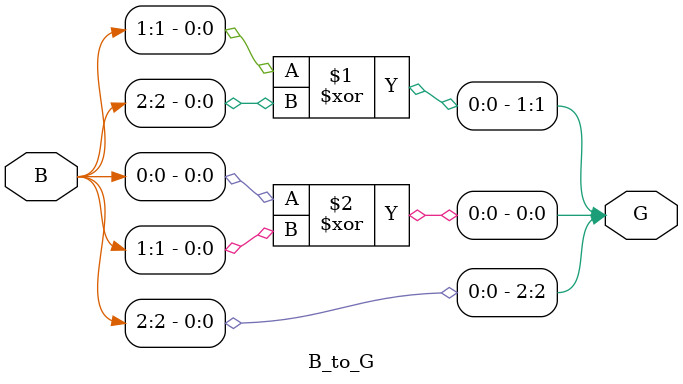
<source format=v>
`timescale 1ns / 1ps
module B_to_G(input [2:0] B , output [2:0] G);
    assign G[2] = B[2];
    assign G[1] = B[1] ^ B[2];
    assign G[0] = B[0] ^ B[1];
endmodule

</source>
